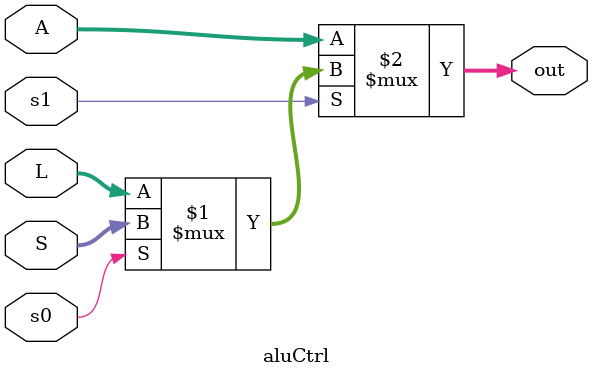
<source format=v>
module aluCtrl (A,L,S,out,s1,s0);
input [7:0] A,L,S;
input s1,s0;
output wire [7:0] out;
// s1 = 0 selects arithmetic unit
// s1 = 1 ; s0 = 0 selects logic unit
// s1 = 1 ; s0 = 1 selects shift unit
assign out = s1 ? (s0 ? S : L) : A ;
endmodule

</source>
